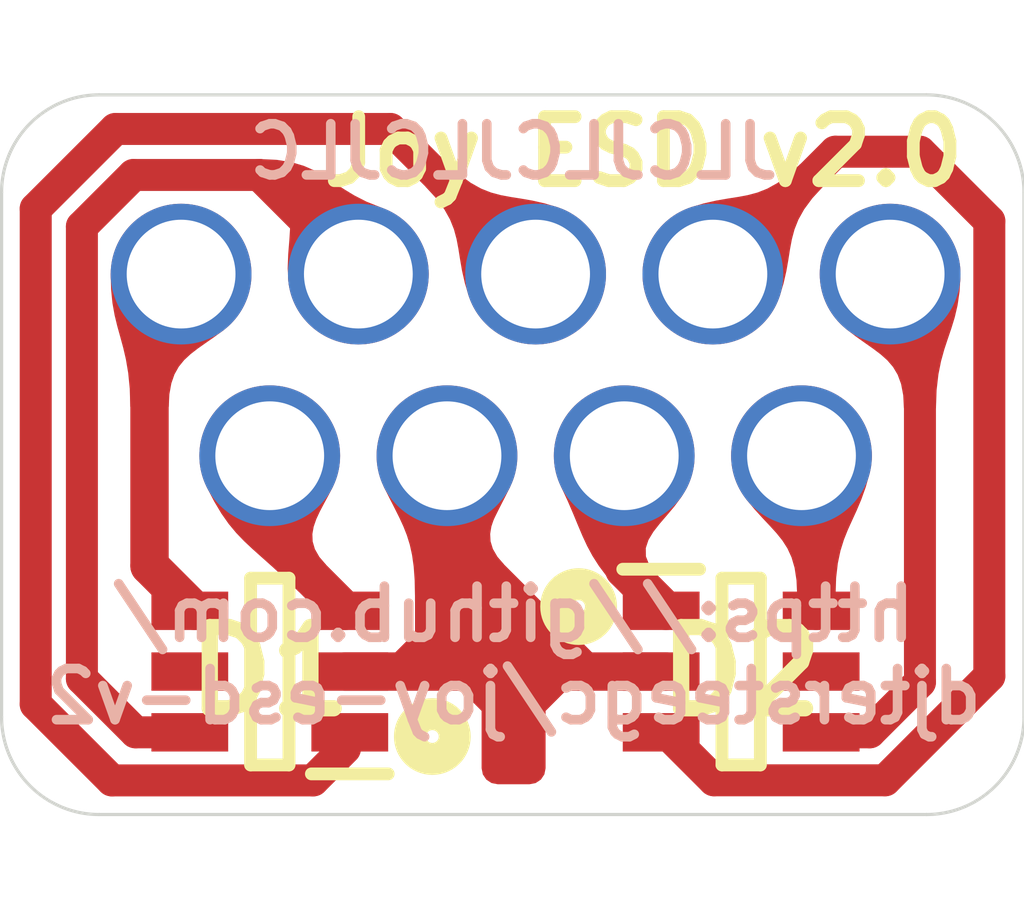
<source format=kicad_pcb>
(kicad_pcb (version 20171130) (host pcbnew "(5.1.9)-1")

  (general
    (thickness 1.6)
    (drawings 13)
    (tracks 61)
    (zones 0)
    (modules 4)
    (nets 12)
  )

  (page A4)
  (layers
    (0 F.Cu signal)
    (31 B.Cu signal)
    (32 B.Adhes user)
    (33 F.Adhes user)
    (34 B.Paste user)
    (35 F.Paste user)
    (36 B.SilkS user)
    (37 F.SilkS user)
    (38 B.Mask user)
    (39 F.Mask user)
    (40 Dwgs.User user)
    (41 Cmts.User user)
    (42 Eco1.User user)
    (43 Eco2.User user)
    (44 Edge.Cuts user)
    (45 Margin user)
    (46 B.CrtYd user)
    (47 F.CrtYd user)
    (48 B.Fab user)
    (49 F.Fab user)
  )

  (setup
    (last_trace_width 0.25)
    (user_trace_width 0.5)
    (user_trace_width 0.6)
    (user_trace_width 0.75)
    (user_trace_width 1)
    (trace_clearance 0.2)
    (zone_clearance 0.508)
    (zone_45_only no)
    (trace_min 0.2)
    (via_size 0.8)
    (via_drill 0.4)
    (via_min_size 0.4)
    (via_min_drill 0.3)
    (uvia_size 0.3)
    (uvia_drill 0.1)
    (uvias_allowed no)
    (uvia_min_size 0.2)
    (uvia_min_drill 0.1)
    (edge_width 0.05)
    (segment_width 0.2)
    (pcb_text_width 0.3)
    (pcb_text_size 1.5 1.5)
    (mod_edge_width 0.12)
    (mod_text_size 1 1)
    (mod_text_width 0.15)
    (pad_size 2.2 2.2)
    (pad_drill 1.7)
    (pad_to_mask_clearance 0)
    (aux_axis_origin 147.828 93.98)
    (grid_origin 147.828 93.98)
    (visible_elements 7FFFFFFF)
    (pcbplotparams
      (layerselection 0x010fc_ffffffff)
      (usegerberextensions false)
      (usegerberattributes true)
      (usegerberadvancedattributes true)
      (creategerberjobfile false)
      (excludeedgelayer true)
      (linewidth 0.100000)
      (plotframeref false)
      (viasonmask false)
      (mode 1)
      (useauxorigin false)
      (hpglpennumber 1)
      (hpglpenspeed 20)
      (hpglpendiameter 15.000000)
      (psnegative false)
      (psa4output false)
      (plotreference true)
      (plotvalue true)
      (plotinvisibletext false)
      (padsonsilk false)
      (subtractmaskfromsilk true)
      (outputformat 1)
      (mirror false)
      (drillshape 0)
      (scaleselection 1)
      (outputdirectory "gerbers"))
  )

  (net 0 "")
  (net 1 GND)
  (net 2 "Net-(D1-Pad6)")
  (net 3 "Net-(D1-Pad5)")
  (net 4 "Net-(D1-Pad4)")
  (net 5 "Net-(D1-Pad3)")
  (net 6 "Net-(D1-Pad1)")
  (net 7 "Net-(D2-Pad6)")
  (net 8 "Net-(D2-Pad5)")
  (net 9 "Net-(D2-Pad4)")
  (net 10 "Net-(D2-Pad3)")
  (net 11 "Net-(D2-Pad1)")

  (net_class Default "This is the default net class."
    (clearance 0.2)
    (trace_width 0.25)
    (via_dia 0.8)
    (via_drill 0.4)
    (uvia_dia 0.3)
    (uvia_drill 0.1)
    (add_net GND)
    (add_net "Net-(D1-Pad1)")
    (add_net "Net-(D1-Pad3)")
    (add_net "Net-(D1-Pad4)")
    (add_net "Net-(D1-Pad5)")
    (add_net "Net-(D1-Pad6)")
    (add_net "Net-(D2-Pad1)")
    (add_net "Net-(D2-Pad3)")
    (add_net "Net-(D2-Pad4)")
    (add_net "Net-(D2-Pad5)")
    (add_net "Net-(D2-Pad6)")
  )

  (module SamacSys:SOT95P280X125-6N (layer F.Cu) (tedit 0) (tstamp 6249125E)
    (at 159.512 91.694)
    (descr SOT23-6L)
    (tags "Diode ESD (Uni-directional)")
    (path /62496779)
    (attr smd)
    (fp_text reference D2 (at 0 0) (layer F.SilkS)
      (effects (font (size 1.27 1.27) (thickness 0.254)))
    )
    (fp_text value ESDALD05UD4X (at 5.588 -3.556 90) (layer F.SilkS) hide
      (effects (font (size 1.27 1.27) (thickness 0.254)))
    )
    (fp_line (start -1.85 -1.6) (end -0.65 -1.6) (layer F.SilkS) (width 0.2))
    (fp_line (start -0.3 1.46) (end -0.3 -1.46) (layer F.SilkS) (width 0.2))
    (fp_line (start 0.3 1.46) (end -0.3 1.46) (layer F.SilkS) (width 0.2))
    (fp_line (start 0.3 -1.46) (end 0.3 1.46) (layer F.SilkS) (width 0.2))
    (fp_line (start -0.3 -1.46) (end 0.3 -1.46) (layer F.SilkS) (width 0.2))
    (fp_line (start -0.8 -0.51) (end 0.15 -1.46) (layer F.Fab) (width 0.1))
    (fp_line (start -0.8 1.46) (end -0.8 -1.46) (layer F.Fab) (width 0.1))
    (fp_line (start 0.8 1.46) (end -0.8 1.46) (layer F.Fab) (width 0.1))
    (fp_line (start 0.8 -1.46) (end 0.8 1.46) (layer F.Fab) (width 0.1))
    (fp_line (start -0.8 -1.46) (end 0.8 -1.46) (layer F.Fab) (width 0.1))
    (fp_line (start -2.1 1.76) (end -2.1 -1.76) (layer F.CrtYd) (width 0.05))
    (fp_line (start 2.1 1.76) (end -2.1 1.76) (layer F.CrtYd) (width 0.05))
    (fp_line (start 2.1 -1.76) (end 2.1 1.76) (layer F.CrtYd) (width 0.05))
    (fp_line (start -2.1 -1.76) (end 2.1 -1.76) (layer F.CrtYd) (width 0.05))
    (fp_text user %R (at 0 0) (layer F.Fab)
      (effects (font (size 1.27 1.27) (thickness 0.254)))
    )
    (pad 6 smd rect (at 1.25 -0.95 90) (size 0.6 1.2) (layers F.Cu F.Paste F.Mask)
      (net 7 "Net-(D2-Pad6)"))
    (pad 5 smd rect (at 1.25 0 90) (size 0.6 1.2) (layers F.Cu F.Paste F.Mask)
      (net 8 "Net-(D2-Pad5)"))
    (pad 4 smd rect (at 1.25 0.95 90) (size 0.6 1.2) (layers F.Cu F.Paste F.Mask)
      (net 9 "Net-(D2-Pad4)"))
    (pad 3 smd rect (at -1.25 0.95 90) (size 0.6 1.2) (layers F.Cu F.Paste F.Mask)
      (net 10 "Net-(D2-Pad3)"))
    (pad 2 smd rect (at -1.25 0 90) (size 0.6 1.2) (layers F.Cu F.Paste F.Mask)
      (net 1 GND))
    (pad 1 smd rect (at -1.25 -0.95 90) (size 0.6 1.2) (layers F.Cu F.Paste F.Mask)
      (net 11 "Net-(D2-Pad1)"))
    (model C:\Users\cdter\Documents\Kicad\SamacSys\SamacSys_Parts.3dshapes\ESDALD05UD4X.stp
      (at (xyz 0 0 0))
      (scale (xyz 1 1 1))
      (rotate (xyz 0 0 0))
    )
  )

  (module SamacSys:SOT95P280X125-6N (layer F.Cu) (tedit 0) (tstamp 62491245)
    (at 152.146 91.694 180)
    (descr SOT23-6L)
    (tags "Diode ESD (Uni-directional)")
    (path /6248BDD5)
    (attr smd)
    (fp_text reference D1 (at 0 0) (layer F.SilkS)
      (effects (font (size 1.27 1.27) (thickness 0.254)))
    )
    (fp_text value ESDALD05UD4X (at 5.334 3.556 90) (layer F.SilkS) hide
      (effects (font (size 1.27 1.27) (thickness 0.254)))
    )
    (fp_line (start -1.85 -1.6) (end -0.65 -1.6) (layer F.SilkS) (width 0.2))
    (fp_line (start -0.3 1.46) (end -0.3 -1.46) (layer F.SilkS) (width 0.2))
    (fp_line (start 0.3 1.46) (end -0.3 1.46) (layer F.SilkS) (width 0.2))
    (fp_line (start 0.3 -1.46) (end 0.3 1.46) (layer F.SilkS) (width 0.2))
    (fp_line (start -0.3 -1.46) (end 0.3 -1.46) (layer F.SilkS) (width 0.2))
    (fp_line (start -0.8 -0.51) (end 0.15 -1.46) (layer F.Fab) (width 0.1))
    (fp_line (start -0.8 1.46) (end -0.8 -1.46) (layer F.Fab) (width 0.1))
    (fp_line (start 0.8 1.46) (end -0.8 1.46) (layer F.Fab) (width 0.1))
    (fp_line (start 0.8 -1.46) (end 0.8 1.46) (layer F.Fab) (width 0.1))
    (fp_line (start -0.8 -1.46) (end 0.8 -1.46) (layer F.Fab) (width 0.1))
    (fp_line (start -2.1 1.76) (end -2.1 -1.76) (layer F.CrtYd) (width 0.05))
    (fp_line (start 2.1 1.76) (end -2.1 1.76) (layer F.CrtYd) (width 0.05))
    (fp_line (start 2.1 -1.76) (end 2.1 1.76) (layer F.CrtYd) (width 0.05))
    (fp_line (start -2.1 -1.76) (end 2.1 -1.76) (layer F.CrtYd) (width 0.05))
    (fp_text user %R (at 0 0) (layer F.Fab)
      (effects (font (size 1.27 1.27) (thickness 0.254)))
    )
    (pad 6 smd rect (at 1.25 -0.95 270) (size 0.6 1.2) (layers F.Cu F.Paste F.Mask)
      (net 2 "Net-(D1-Pad6)"))
    (pad 5 smd rect (at 1.25 0 270) (size 0.6 1.2) (layers F.Cu F.Paste F.Mask)
      (net 3 "Net-(D1-Pad5)"))
    (pad 4 smd rect (at 1.25 0.95 270) (size 0.6 1.2) (layers F.Cu F.Paste F.Mask)
      (net 4 "Net-(D1-Pad4)"))
    (pad 3 smd rect (at -1.25 0.95 270) (size 0.6 1.2) (layers F.Cu F.Paste F.Mask)
      (net 5 "Net-(D1-Pad3)"))
    (pad 2 smd rect (at -1.25 0 270) (size 0.6 1.2) (layers F.Cu F.Paste F.Mask)
      (net 1 GND))
    (pad 1 smd rect (at -1.25 -0.95 270) (size 0.6 1.2) (layers F.Cu F.Paste F.Mask)
      (net 6 "Net-(D1-Pad1)"))
    (model C:\Users\cdter\Documents\Kicad\SamacSys\SamacSys_Parts.3dshapes\ESDALD05UD4X.stp
      (at (xyz 0 0 0))
      (scale (xyz 1 1 1))
      (rotate (xyz 0 0 0))
    )
  )

  (module Connector_Wire:SolderWirePad_1x01_SMD_1x2mm (layer F.Cu) (tedit 5DD6EB27) (tstamp 603AF331)
    (at 155.956 92.456)
    (descr "Wire Pad, Square, SMD Pad,  5mm x 10mm,")
    (tags "MesurementPoint Square SMDPad 5mmx10mm ")
    (path /603AD523)
    (attr virtual)
    (fp_text reference TP1 (at -2.921 2.2225) (layer F.SilkS) hide
      (effects (font (size 1 1) (thickness 0.15)))
    )
    (fp_text value GND (at 0 2.2225) (layer F.Fab)
      (effects (font (size 1 1) (thickness 0.15)))
    )
    (fp_line (start -0.63 1.27) (end -0.63 -1.27) (layer F.Fab) (width 0.1))
    (fp_line (start 0.63 1.27) (end -0.63 1.27) (layer F.Fab) (width 0.1))
    (fp_line (start 0.63 -1.27) (end 0.63 1.27) (layer F.Fab) (width 0.1))
    (fp_line (start -0.63 -1.27) (end 0.63 -1.27) (layer F.Fab) (width 0.1))
    (fp_line (start -0.63 -1.27) (end -0.63 1.27) (layer F.CrtYd) (width 0.05))
    (fp_line (start -0.63 1.27) (end 0.63 1.27) (layer F.CrtYd) (width 0.05))
    (fp_line (start 0.63 1.27) (end 0.63 -1.27) (layer F.CrtYd) (width 0.05))
    (fp_line (start 0.63 -1.27) (end -0.63 -1.27) (layer F.CrtYd) (width 0.05))
    (fp_text user %R (at 0 0) (layer F.Fab)
      (effects (font (size 1 1) (thickness 0.15)))
    )
    (pad 1 smd roundrect (at 0 0) (size 1 2) (layers F.Cu F.Paste F.Mask) (roundrect_rratio 0.25)
      (net 1 GND))
  )

  (module Connector_Dsub:DSUB-9_Female_Vertical_P2.77x2.84mm (layer F.Cu) (tedit 603991A9) (tstamp 6039F066)
    (at 161.84 85.479338)
    (descr "9-pin D-Sub connector, straight/vertical, THT-mount, female, pitch 2.77x2.84mm, distance of mounting holes 25mm, see https://disti-assets.s3.amazonaws.com/tonar/files/datasheets/16730.pdf")
    (tags "9-pin D-Sub connector straight vertical THT female pitch 2.77x2.84mm mounting holes distance 25mm")
    (path /6039FE2E)
    (fp_text reference J1 (at -5.54 1.388662) (layer F.SilkS) hide
      (effects (font (size 1 1) (thickness 0.15)))
    )
    (fp_text value DB9_Female (at -5.6935 -3.437338) (layer F.Fab)
      (effects (font (size 1 1) (thickness 0.15)))
    )
    (fp_text user %R (at -5.54 1.42) (layer F.Fab)
      (effects (font (size 1 1) (thickness 0.15)))
    )
    (pad 9 thru_hole circle (at -9.695 2.84) (size 2.2 2.2) (drill 1.7) (layers *.Cu *.Mask)
      (net 5 "Net-(D1-Pad3)"))
    (pad 8 thru_hole circle (at -6.925 2.84) (size 2.2 2.2) (drill 1.7) (layers *.Cu *.Mask)
      (net 1 GND))
    (pad 7 thru_hole circle (at -4.155 2.84) (size 2.2 2.2) (drill 1.7) (layers *.Cu *.Mask)
      (net 11 "Net-(D2-Pad1)"))
    (pad 6 thru_hole circle (at -1.385 2.84) (size 2.2 2.2) (drill 1.7) (layers *.Cu *.Mask)
      (net 7 "Net-(D2-Pad6)"))
    (pad 5 thru_hole circle (at -11.08 0) (size 2.2 2.2) (drill 1.7) (layers *.Cu *.Mask)
      (net 4 "Net-(D1-Pad4)"))
    (pad 4 thru_hole circle (at -8.31 0) (size 2.2 2.2) (drill 1.7) (layers *.Cu *.Mask)
      (net 2 "Net-(D1-Pad6)"))
    (pad 3 thru_hole circle (at -5.54 0) (size 2.2 2.2) (drill 1.7) (layers *.Cu *.Mask)
      (net 6 "Net-(D1-Pad1)"))
    (pad 2 thru_hole circle (at -2.77 0) (size 2.2 2.2) (drill 1.7) (layers *.Cu *.Mask)
      (net 10 "Net-(D2-Pad3)"))
    (pad 1 thru_hole circle (at 0 0) (size 2.2 2.2) (drill 1.7) (layers *.Cu *.Mask)
      (net 9 "Net-(D2-Pad4)"))
  )

  (gr_circle (center 156.972 90.678) (end 157.072 90.678) (layer F.SilkS) (width 0.5) (tstamp 6249151E))
  (gr_circle (center 154.686 92.71) (end 154.786 92.71) (layer F.SilkS) (width 0.5))
  (gr_text JLCJLCJLCJLC (at 155.956 83.566) (layer B.SilkS)
    (effects (font (size 0.8 0.8) (thickness 0.15)) (justify mirror))
  )
  (gr_line (start 147.955 84.201) (end 147.955 92.4052) (layer Edge.Cuts) (width 0.05) (tstamp 603AF43D))
  (gr_line (start 162.4076 82.677) (end 149.479 82.677) (layer Edge.Cuts) (width 0.05) (tstamp 603AF43C))
  (gr_line (start 163.9316 92.4052) (end 163.9316 84.201) (layer Edge.Cuts) (width 0.05) (tstamp 603AF43B))
  (gr_line (start 149.479 93.9292) (end 162.4076 93.9292) (layer Edge.Cuts) (width 0.05) (tstamp 603AF43A))
  (gr_arc (start 162.4076 92.4052) (end 162.4076 93.9292) (angle -90) (layer Edge.Cuts) (width 0.05))
  (gr_arc (start 162.4076 84.201) (end 163.9316 84.201) (angle -90) (layer Edge.Cuts) (width 0.05))
  (gr_arc (start 149.479 84.201) (end 149.479 82.677) (angle -90) (layer Edge.Cuts) (width 0.05))
  (gr_arc (start 149.479 92.4052) (end 147.955 92.4052) (angle -90) (layer Edge.Cuts) (width 0.05))
  (gr_text "https://github.com/\ndjtersteegc/joy-esd-v2" (at 155.956 91.44) (layer B.SilkS) (tstamp 603A8D1A)
    (effects (font (size 0.8 0.8) (thickness 0.15)) (justify mirror))
  )
  (gr_text "Joy ESD v2.0" (at 157.988 83.566) (layer F.SilkS)
    (effects (font (size 1 1) (thickness 0.2)))
  )

  (segment (start 154.601 91.694) (end 154.915 91.38) (width 0.6) (layer F.Cu) (net 1))
  (segment (start 154.915 89.552) (end 154.915 88.319338) (width 0.6) (layer F.Cu) (net 1))
  (segment (start 157.057 91.694) (end 154.915 89.552) (width 0.6) (layer F.Cu) (net 1))
  (segment (start 158.337 91.694) (end 157.057 91.694) (width 0.6) (layer F.Cu) (net 1))
  (segment (start 154.915 90.703) (end 155.194 90.424) (width 0.6) (layer F.Cu) (net 1))
  (segment (start 154.915 91.38) (end 154.915 90.703) (width 0.6) (layer F.Cu) (net 1))
  (segment (start 154.915 90.703) (end 154.915 88.319338) (width 0.6) (layer F.Cu) (net 1))
  (segment (start 155.194 90.424) (end 155.194 90.932) (width 0.6) (layer F.Cu) (net 1))
  (segment (start 155.194 90.932) (end 155.448 90.678) (width 0.6) (layer F.Cu) (net 1))
  (segment (start 155.194 90.932) (end 155.702 90.932) (width 0.6) (layer F.Cu) (net 1))
  (segment (start 155.702 90.932) (end 155.448 91.186) (width 0.6) (layer F.Cu) (net 1))
  (segment (start 155.109 91.186) (end 154.915 91.38) (width 0.6) (layer F.Cu) (net 1))
  (segment (start 155.448 91.186) (end 155.109 91.186) (width 0.6) (layer F.Cu) (net 1))
  (segment (start 155.109 91.186) (end 155.956 91.186) (width 0.6) (layer F.Cu) (net 1))
  (segment (start 155.956 91.186) (end 156.21 91.44) (width 0.6) (layer F.Cu) (net 1))
  (segment (start 154.178 91.677002) (end 154.178 91.694) (width 0.5) (layer F.Cu) (net 1))
  (segment (start 154.915 90.703) (end 154.915 90.940002) (width 0.5) (layer F.Cu) (net 1))
  (segment (start 154.178 91.694) (end 154.601 91.694) (width 0.6) (layer F.Cu) (net 1))
  (segment (start 153.321 91.694) (end 154.178 91.694) (width 0.6) (layer F.Cu) (net 1))
  (segment (start 154.915 90.940002) (end 154.178 91.677002) (width 0.5) (layer F.Cu) (net 1))
  (segment (start 155.956 92.456) (end 155.194 91.694) (width 0.5) (layer F.Cu) (net 1))
  (segment (start 154.601 91.694) (end 155.194 91.694) (width 0.6) (layer F.Cu) (net 1))
  (segment (start 156.718 91.694) (end 156.972 91.694) (width 0.5) (layer F.Cu) (net 1))
  (segment (start 155.956 92.456) (end 156.718 91.694) (width 0.5) (layer F.Cu) (net 1))
  (segment (start 156.972 91.694) (end 157.057 91.694) (width 0.6) (layer F.Cu) (net 1))
  (segment (start 155.194 91.694) (end 156.972 91.694) (width 0.6) (layer F.Cu) (net 1))
  (segment (start 154.915 88.319338) (end 154.915 91.38) (width 1) (layer F.Cu) (net 1))
  (segment (start 151.979999 83.929337) (end 153.53 85.479338) (width 0.5) (layer F.Cu) (net 2))
  (segment (start 149.209999 84.735337) (end 150.015999 83.929337) (width 0.5) (layer F.Cu) (net 2))
  (segment (start 149.209999 91.805999) (end 149.209999 84.735337) (width 0.5) (layer F.Cu) (net 2))
  (segment (start 150.015999 83.929337) (end 151.979999 83.929337) (width 0.5) (layer F.Cu) (net 2))
  (segment (start 150.048 92.644) (end 149.209999 91.805999) (width 0.5) (layer F.Cu) (net 2))
  (segment (start 150.971 92.644) (end 150.048 92.644) (width 0.5) (layer F.Cu) (net 2))
  (segment (start 150.2664 85.972938) (end 150.76 85.479338) (width 0.6) (layer F.Cu) (net 4))
  (segment (start 150.2664 90.0394) (end 150.2664 85.972938) (width 0.6) (layer F.Cu) (net 4))
  (segment (start 150.971 90.744) (end 150.2664 90.0394) (width 0.6) (layer F.Cu) (net 4))
  (segment (start 152.145 89.568) (end 153.321 90.744) (width 0.6) (layer F.Cu) (net 5))
  (segment (start 152.145 88.319338) (end 152.145 89.568) (width 0.6) (layer F.Cu) (net 5))
  (segment (start 149.733 83.2104) (end 154.031062 83.2104) (width 0.5) (layer F.Cu) (net 6))
  (segment (start 148.4884 84.455) (end 149.733 83.2104) (width 0.5) (layer F.Cu) (net 6))
  (segment (start 154.031062 83.2104) (end 156.3 85.479338) (width 0.5) (layer F.Cu) (net 6))
  (segment (start 148.4884 92.205402) (end 148.4884 84.455) (width 0.5) (layer F.Cu) (net 6))
  (segment (start 149.678798 93.3958) (end 148.4884 92.205402) (width 0.5) (layer F.Cu) (net 6))
  (segment (start 152.8232 93.3958) (end 149.678798 93.3958) (width 0.5) (layer F.Cu) (net 6))
  (segment (start 153.321 92.898) (end 152.8232 93.3958) (width 0.5) (layer F.Cu) (net 6))
  (segment (start 160.687 88.551338) (end 160.455 88.319338) (width 0.6) (layer F.Cu) (net 7))
  (segment (start 160.687 90.744) (end 160.687 88.551338) (width 0.6) (layer F.Cu) (net 7))
  (segment (start 160.687 92.644) (end 161.102 92.644) (width 0.5) (layer F.Cu) (net 9))
  (segment (start 161.522002 92.644) (end 160.762 92.644) (width 0.5) (layer F.Cu) (net 9))
  (segment (start 162.306 91.860002) (end 161.522002 92.644) (width 0.5) (layer F.Cu) (net 9))
  (segment (start 162.306 85.945338) (end 162.306 91.860002) (width 0.5) (layer F.Cu) (net 9))
  (segment (start 161.84 85.479338) (end 162.306 85.945338) (width 0.5) (layer F.Cu) (net 9))
  (segment (start 160.983338 83.566) (end 159.07 85.479338) (width 0.5) (layer F.Cu) (net 10))
  (segment (start 159.087001 93.394001) (end 161.761966 93.394001) (width 0.5) (layer F.Cu) (net 10))
  (segment (start 158.337 92.644) (end 159.087001 93.394001) (width 0.5) (layer F.Cu) (net 10))
  (segment (start 161.761966 93.394001) (end 163.390001 91.765966) (width 0.5) (layer F.Cu) (net 10))
  (segment (start 163.390001 84.650001) (end 162.306 83.566) (width 0.5) (layer F.Cu) (net 10))
  (segment (start 162.306 83.566) (end 160.983338 83.566) (width 0.5) (layer F.Cu) (net 10))
  (segment (start 163.390001 91.765966) (end 163.390001 84.650001) (width 0.5) (layer F.Cu) (net 10))
  (segment (start 157.685 90.092) (end 158.337 90.744) (width 0.6) (layer F.Cu) (net 11))
  (segment (start 157.685 88.319338) (end 157.685 90.092) (width 0.6) (layer F.Cu) (net 11))

  (zone (net 1) (net_name GND) (layer F.Cu) (tstamp 625C81FA) (hatch edge 0.508)
    (priority 16962)
    (connect_pads yes (clearance 0.2))
    (min_thickness 0.0254)
    (fill yes (arc_segments 32) (thermal_gap 0.508) (thermal_bridge_width 0.508))
    (polygon
      (pts
        (xy 155.811143 90.023879) (xy 155.701977 89.896894) (xy 155.631924 89.775444) (xy 155.596196 89.657826) (xy 155.590006 89.542337)
        (xy 155.608564 89.427276) (xy 155.647082 89.31094) (xy 155.700773 89.191629) (xy 155.764848 89.067639) (xy 155.83452 88.937268)
        (xy 155.905 88.798816) (xy 154.915 87.769338) (xy 153.925 88.798816) (xy 154.045566 89.031822) (xy 154.161318 89.224017)
        (xy 154.276197 89.385033) (xy 154.394142 89.524501) (xy 154.519094 89.652052) (xy 154.654993 89.777317) (xy 154.805781 89.909927)
        (xy 154.975398 90.059514) (xy 155.167783 90.235709) (xy 155.386879 90.448143)
      )
    )
    (filled_polygon
      (pts
        (xy 155.889583 88.801107) (xy 155.823267 88.931379) (xy 155.753647 89.061653) (xy 155.753565 89.061808) (xy 155.68949 89.185798)
        (xy 155.689192 89.186417) (xy 155.635501 89.305728) (xy 155.635026 89.306948) (xy 155.596508 89.423284) (xy 155.596026 89.425254)
        (xy 155.577468 89.540315) (xy 155.577324 89.543017) (xy 155.583514 89.658506) (xy 155.584044 89.661517) (xy 155.619772 89.779135)
        (xy 155.620923 89.78179) (xy 155.690976 89.90324) (xy 155.692347 89.905173) (xy 155.793835 90.023227) (xy 155.386742 90.43032)
        (xy 155.176624 90.226591) (xy 155.176361 90.226343) (xy 154.983976 90.050148) (xy 154.983798 90.049989) (xy 154.814181 89.900402)
        (xy 154.814168 89.90039) (xy 154.663469 89.767859) (xy 154.52794 89.642934) (xy 154.403542 89.515949) (xy 154.286229 89.377228)
        (xy 154.171943 89.217043) (xy 154.056655 89.025618) (xy 153.94046 88.801061) (xy 154.915 87.78766)
      )
    )
  )
  (zone (net 1) (net_name GND) (layer F.Cu) (tstamp 625C81F7) (hatch edge 0.508)
    (priority 16962)
    (connect_pads yes (clearance 0.2))
    (min_thickness 0.0254)
    (fill yes (arc_segments 32) (thermal_gap 0.508) (thermal_bridge_width 0.508))
    (polygon
      (pts
        (xy 155.215 90.509338) (xy 155.224958 90.256671) (xy 155.253475 90.046033) (xy 155.298511 89.868465) (xy 155.358026 89.715005)
        (xy 155.429982 89.576696) (xy 155.512339 89.444577) (xy 155.603059 89.309689) (xy 155.700101 89.163073) (xy 155.801428 88.995768)
        (xy 155.905 88.798816) (xy 154.915 87.769338) (xy 153.925 88.798816) (xy 154.028571 88.995768) (xy 154.129898 89.163073)
        (xy 154.22694 89.309689) (xy 154.31766 89.444577) (xy 154.400017 89.576696) (xy 154.471973 89.715005) (xy 154.531488 89.868465)
        (xy 154.576524 90.046033) (xy 154.605041 90.256671) (xy 154.615 90.509338)
      )
    )
    (filled_polygon
      (pts
        (xy 155.889495 88.801014) (xy 155.790362 88.989524) (xy 155.68937 89.156276) (xy 155.592521 89.302601) (xy 155.501801 89.437489)
        (xy 155.501561 89.437859) (xy 155.419204 89.569978) (xy 155.418716 89.570835) (xy 155.34676 89.709144) (xy 155.346185 89.710413)
        (xy 155.28667 89.863873) (xy 155.286201 89.865343) (xy 155.241165 90.042911) (xy 155.24089 90.044329) (xy 155.212373 90.254967)
        (xy 155.212268 90.256171) (xy 155.202791 90.496638) (xy 154.627209 90.496638) (xy 154.617731 90.256171) (xy 154.617626 90.254967)
        (xy 154.589109 90.044329) (xy 154.588834 90.042911) (xy 154.543798 89.865343) (xy 154.543329 89.863873) (xy 154.483814 89.710413)
        (xy 154.483239 89.709144) (xy 154.411283 89.570835) (xy 154.410795 89.569978) (xy 154.328438 89.437859) (xy 154.328198 89.437489)
        (xy 154.237478 89.302601) (xy 154.140629 89.156276) (xy 154.039637 88.989524) (xy 153.940505 88.801014) (xy 154.915 87.78766)
      )
    )
  )
  (zone (net 1) (net_name GND) (layer F.Cu) (tstamp 625C81F4) (hatch edge 0.508)
    (priority 16962)
    (connect_pads yes (clearance 0.2))
    (min_thickness 0.0254)
    (fill yes (arc_segments 32) (thermal_gap 0.508) (thermal_bridge_width 0.508))
    (polygon
      (pts
        (xy 155.415 90.509338) (xy 155.420169 90.262911) (xy 155.435556 90.052588) (xy 155.460984 89.871112) (xy 155.49627 89.711224)
        (xy 155.541238 89.565666) (xy 155.595706 89.427182) (xy 155.659496 89.288513) (xy 155.732427 89.1424) (xy 155.814322 88.981587)
        (xy 155.905 88.798816) (xy 154.915 87.769338) (xy 153.925 88.798816) (xy 154.015677 88.981587) (xy 154.097572 89.1424)
        (xy 154.170503 89.288513) (xy 154.234293 89.427182) (xy 154.288761 89.565666) (xy 154.333729 89.711224) (xy 154.369015 89.871112)
        (xy 154.394443 90.052588) (xy 154.40983 90.262911) (xy 154.415 90.509338)
      )
    )
    (filled_polygon
      (pts
        (xy 155.889651 88.801177) (xy 155.802968 88.975897) (xy 155.72111 89.136637) (xy 155.721064 89.136728) (xy 155.648133 89.282841)
        (xy 155.647958 89.283205) (xy 155.584168 89.421874) (xy 155.583887 89.422534) (xy 155.529419 89.561018) (xy 155.529104 89.561917)
        (xy 155.484136 89.707475) (xy 155.483868 89.708487) (xy 155.448582 89.868375) (xy 155.448407 89.86935) (xy 155.422979 90.050826)
        (xy 155.42289 90.051661) (xy 155.407503 90.261984) (xy 155.407472 90.262645) (xy 155.402564 90.496638) (xy 154.427436 90.496638)
        (xy 154.422527 90.262645) (xy 154.422496 90.261984) (xy 154.407109 90.051661) (xy 154.40702 90.050826) (xy 154.381592 89.86935)
        (xy 154.381417 89.868375) (xy 154.346131 89.708487) (xy 154.345863 89.707475) (xy 154.300895 89.561917) (xy 154.30058 89.561018)
        (xy 154.246112 89.422534) (xy 154.245831 89.421874) (xy 154.182041 89.283205) (xy 154.181866 89.282841) (xy 154.108935 89.136728)
        (xy 154.108889 89.136637) (xy 154.027031 88.975897) (xy 153.940349 88.801177) (xy 154.915 87.78766)
      )
    )
  )
  (zone (net 2) (net_name "Net-(D1-Pad6)") (layer F.Cu) (tstamp 625C81F1) (hatch edge 0.508)
    (priority 16962)
    (connect_pads yes (clearance 0.2))
    (min_thickness 0.0254)
    (fill yes (arc_segments 32) (thermal_gap 0.508) (thermal_bridge_width 0.508))
    (polygon
      (pts
        (xy 151.972032 84.179337) (xy 152.191278 84.206525) (xy 152.336242 84.283389) (xy 152.420834 84.402876) (xy 152.458962 84.557934)
        (xy 152.464536 84.74151) (xy 152.451466 84.946552) (xy 152.43366 85.166007) (xy 152.425028 85.392824) (xy 152.439478 85.619948)
        (xy 152.490922 85.84033) (xy 153.918908 85.868246) (xy 153.890992 84.44026) (xy 153.658866 84.347295) (xy 153.464561 84.247885)
        (xy 153.297245 84.145852) (xy 153.14609 84.045021) (xy 153.000264 83.949213) (xy 152.848938 83.862252) (xy 152.681282 83.787961)
        (xy 152.486466 83.730163) (xy 152.253659 83.69268) (xy 151.972032 83.679337)
      )
    )
    (filled_polygon
      (pts
        (xy 152.252342 83.705332) (xy 152.483646 83.742573) (xy 152.676883 83.799902) (xy 152.843186 83.873594) (xy 152.993603 83.960033)
        (xy 153.13908 84.055611) (xy 153.290197 84.156417) (xy 153.290633 84.156695) (xy 153.457949 84.258728) (xy 153.458777 84.259191)
        (xy 153.653082 84.358601) (xy 153.654144 84.359085) (xy 153.878458 84.448922) (xy 153.905952 85.85529) (xy 152.501045 85.827825)
        (xy 152.452085 85.618083) (xy 152.437743 85.392668) (xy 152.446341 85.166749) (xy 152.464124 84.947579) (xy 152.46414 84.94736)
        (xy 152.47721 84.742318) (xy 152.47723 84.741125) (xy 152.471656 84.557549) (xy 152.471295 84.554901) (xy 152.433167 84.399843)
        (xy 152.432338 84.397496) (xy 152.431199 84.395538) (xy 152.346607 84.276051) (xy 152.344977 84.27417) (xy 152.342191 84.272169)
        (xy 152.197227 84.195305) (xy 152.194924 84.19436) (xy 152.192841 84.193922) (xy 151.984732 84.168115) (xy 151.984732 83.692653)
      )
    )
  )
  (zone (net 4) (net_name "Net-(D1-Pad4)") (layer F.Cu) (tstamp 625C81EE) (hatch edge 0.508)
    (priority 16962)
    (connect_pads yes (clearance 0.2))
    (min_thickness 0.0254)
    (fill yes (arc_segments 32) (thermal_gap 0.508) (thermal_bridge_width 0.508))
    (polygon
      (pts
        (xy 150.5664 87.562938) (xy 150.576837 87.358869) (xy 150.607347 87.188926) (xy 150.656729 87.047224) (xy 150.723778 86.927881)
        (xy 150.807294 86.825014) (xy 150.906073 86.73274) (xy 151.018913 86.645176) (xy 151.144612 86.55644) (xy 151.281967 86.460648)
        (xy 151.429777 86.351919) (xy 151.006686 84.987764) (xy 149.66011 85.463847) (xy 149.665555 85.716262) (xy 149.687017 85.931584)
        (xy 149.720587 86.12018) (xy 149.762358 86.292419) (xy 149.808423 86.458667) (xy 149.854875 86.629294) (xy 149.897806 86.814666)
        (xy 149.933309 87.025153) (xy 149.957476 87.27112) (xy 149.9664 87.562938)
      )
    )
    (filled_polygon
      (pts
        (xy 151.414969 86.347046) (xy 151.274591 86.450309) (xy 151.137347 86.546023) (xy 151.137288 86.546065) (xy 151.011589 86.634801)
        (xy 151.011127 86.635143) (xy 150.898287 86.722707) (xy 150.897404 86.723459) (xy 150.798625 86.815733) (xy 150.797434 86.817009)
        (xy 150.713918 86.919876) (xy 150.712706 86.92166) (xy 150.645657 87.041003) (xy 150.644736 87.043045) (xy 150.595354 87.184747)
        (xy 150.594847 87.186682) (xy 150.564337 87.356625) (xy 150.564154 87.35822) (xy 150.554333 87.550238) (xy 149.978717 87.550238)
        (xy 149.97017 87.270732) (xy 149.970115 87.269878) (xy 149.945948 87.023911) (xy 149.945832 87.023041) (xy 149.910329 86.812554)
        (xy 149.910179 86.811801) (xy 149.867248 86.626429) (xy 149.867129 86.625958) (xy 149.820677 86.455331) (xy 149.820662 86.455276)
        (xy 149.774649 86.289215) (xy 149.733021 86.117566) (xy 149.699606 85.92984) (xy 149.678241 85.715498) (xy 149.673005 85.472758)
        (xy 150.998468 85.00414)
      )
    )
  )
  (zone (net 5) (net_name "Net-(D1-Pad3)") (layer F.Cu) (tstamp 625C81EB) (hatch edge 0.508)
    (priority 16962)
    (connect_pads yes (clearance 0.2))
    (min_thickness 0.0254)
    (fill yes (arc_segments 32) (thermal_gap 0.508) (thermal_bridge_width 0.508))
    (polygon
      (pts
        (xy 153.029829 90.028565) (xy 152.920471 89.901028) (xy 152.850928 89.779093) (xy 152.816257 89.661038) (xy 152.811519 89.545145)
        (xy 152.831772 89.429691) (xy 152.872077 89.312958) (xy 152.927493 89.193224) (xy 152.993079 89.068769) (xy 153.063895 88.937873)
        (xy 153.135 88.798816) (xy 152.145 87.769338) (xy 151.155 88.798816) (xy 151.275106 89.031616) (xy 151.38999 89.224048)
        (xy 151.503689 89.385631) (xy 151.620241 89.525889) (xy 151.743683 89.654343) (xy 151.878053 89.780516) (xy 152.027389 89.913928)
        (xy 152.195727 90.064104) (xy 152.387107 90.240563) (xy 152.605565 90.452829)
      )
    )
    (filled_polygon
      (pts
        (xy 153.119571 88.801094) (xy 153.05266 88.931949) (xy 152.981909 89.062726) (xy 152.981844 89.062848) (xy 152.916258 89.187303)
        (xy 152.915968 89.18789) (xy 152.860552 89.307624) (xy 152.860072 89.308813) (xy 152.819767 89.425546) (xy 152.819263 89.427497)
        (xy 152.79901 89.542951) (xy 152.79883 89.545664) (xy 152.803568 89.661557) (xy 152.804072 89.664617) (xy 152.838743 89.782672)
        (xy 152.839896 89.785385) (xy 152.909439 89.90732) (xy 152.91083 89.909295) (xy 153.012531 90.027903) (xy 152.605437 90.434997)
        (xy 152.395957 90.231455) (xy 152.395716 90.231226) (xy 152.204336 90.054767) (xy 152.204181 90.054627) (xy 152.035843 89.904451)
        (xy 151.88662 89.77114) (xy 151.75262 89.645315) (xy 151.629719 89.517423) (xy 151.513775 89.377897) (xy 151.400657 89.217139)
        (xy 151.286207 89.025434) (xy 151.170453 88.801069) (xy 152.145 87.78766)
      )
    )
  )
  (zone (net 6) (net_name "Net-(D1-Pad1)") (layer F.Cu) (tstamp 625C81E8) (hatch edge 0.508)
    (priority 16962)
    (connect_pads yes (clearance 0.2))
    (min_thickness 0.0254)
    (fill yes (arc_segments 32) (thermal_gap 0.508) (thermal_bridge_width 0.508))
    (polygon
      (pts
        (xy 154.57466 84.107552) (xy 154.746806 84.295497) (xy 154.8735 84.46722) (xy 154.96316 84.62758) (xy 155.024204 84.78144)
        (xy 155.065049 84.933661) (xy 155.094113 85.089105) (xy 155.119815 85.252632) (xy 155.150572 85.429104) (xy 155.194801 85.623383)
        (xy 155.260922 85.84033) (xy 156.688908 85.868246) (xy 156.660992 84.44026) (xy 156.444045 84.374139) (xy 156.249766 84.32991)
        (xy 156.073294 84.299153) (xy 155.909767 84.273451) (xy 155.754323 84.244387) (xy 155.602102 84.203542) (xy 155.448242 84.142498)
        (xy 155.287882 84.052838) (xy 155.116159 83.926144) (xy 154.928214 83.753998)
      )
    )
    (filled_polygon
      (pts
        (xy 155.107581 83.935509) (xy 155.108619 83.936364) (xy 155.280342 84.063058) (xy 155.281684 84.063923) (xy 155.442044 84.153583)
        (xy 155.443558 84.154303) (xy 155.597418 84.215347) (xy 155.598811 84.215808) (xy 155.751032 84.256653) (xy 155.751989 84.256871)
        (xy 155.907433 84.285935) (xy 155.907795 84.285997) (xy 156.071239 84.311686) (xy 156.247262 84.342365) (xy 156.44078 84.38642)
        (xy 156.648474 84.449721) (xy 156.675952 85.85529) (xy 155.270383 85.827812) (xy 155.207082 85.620118) (xy 155.163027 85.4266)
        (xy 155.132348 85.250577) (xy 155.106659 85.087133) (xy 155.106597 85.086771) (xy 155.077533 84.931327) (xy 155.077315 84.93037)
        (xy 155.03647 84.778149) (xy 155.036009 84.776756) (xy 154.974965 84.622896) (xy 154.974245 84.621382) (xy 154.884585 84.461022)
        (xy 154.88372 84.45968) (xy 154.757026 84.287957) (xy 154.756171 84.286919) (xy 154.592235 84.107937) (xy 154.928599 83.771573)
      )
    )
  )
  (zone (net 7) (net_name "Net-(D2-Pad6)") (layer F.Cu) (tstamp 625C81E5) (hatch edge 0.508)
    (priority 16962)
    (connect_pads yes (clearance 0.2))
    (min_thickness 0.0254)
    (fill yes (arc_segments 32) (thermal_gap 0.508) (thermal_bridge_width 0.508))
    (polygon
      (pts
        (xy 160.987 90.501338) (xy 160.996507 90.22781) (xy 161.023188 89.998883) (xy 161.064282 89.804618) (xy 161.117026 89.635078)
        (xy 161.17866 89.480327) (xy 161.246422 89.330427) (xy 161.31755 89.175442) (xy 161.389284 89.005434) (xy 161.458862 88.810467)
        (xy 161.523522 88.580604) (xy 160.339692 87.781562) (xy 159.587526 88.995716) (xy 159.719757 89.15574) (xy 159.844255 89.2931)
        (xy 159.959562 89.415506) (xy 160.064222 89.53067) (xy 160.156778 89.646301) (xy 160.235772 89.77011) (xy 160.299749 89.909807)
        (xy 160.34725 90.073104) (xy 160.376819 90.267711) (xy 160.387 90.501338)
      )
    )
    (filled_polygon
      (pts
        (xy 161.508811 88.585998) (xy 161.446752 88.806615) (xy 161.377443 89.000829) (xy 161.30592 89.170337) (xy 161.23488 89.32513)
        (xy 161.234849 89.325196) (xy 161.167087 89.475096) (xy 161.166861 89.475628) (xy 161.105227 89.630379) (xy 161.104899 89.631305)
        (xy 161.052155 89.800845) (xy 161.051857 89.80199) (xy 161.010763 89.996255) (xy 161.010573 89.997413) (xy 160.983892 90.22634)
        (xy 160.983815 90.227369) (xy 160.974734 90.488638) (xy 160.399159 90.488638) (xy 160.389507 90.267158) (xy 160.389375 90.265803)
        (xy 160.359806 90.071196) (xy 160.359445 90.069557) (xy 160.311944 89.90626) (xy 160.311296 89.904519) (xy 160.247319 89.764822)
        (xy 160.246478 89.763279) (xy 160.167484 89.63947) (xy 160.166693 89.638365) (xy 160.074137 89.522734) (xy 160.073621 89.522129)
        (xy 159.968961 89.406965) (xy 159.968806 89.406798) (xy 159.853598 89.284498) (xy 159.729362 89.147426) (xy 159.603123 88.994654)
        (xy 160.343533 87.799477)
      )
    )
  )
  (zone (net 9) (net_name "Net-(D2-Pad4)") (layer F.Cu) (tstamp 625C81E2) (hatch edge 0.508)
    (priority 16962)
    (connect_pads yes (clearance 0.2))
    (min_thickness 0.0254)
    (fill yes (arc_segments 32) (thermal_gap 0.508) (thermal_bridge_width 0.508))
    (polygon
      (pts
        (xy 162.556 87.585338) (xy 162.566317 87.294008) (xy 162.59439 87.049515) (xy 162.6359 86.84118) (xy 162.686526 86.658326)
        (xy 162.741949 86.490272) (xy 162.797849 86.326343) (xy 162.849907 86.155858) (xy 162.893804 85.968141) (xy 162.92522 85.752511)
        (xy 162.939836 85.498293) (xy 161.608827 84.980281) (xy 161.143229 86.330519) (xy 161.295791 86.448671) (xy 161.438856 86.55083)
        (xy 161.570878 86.643604) (xy 161.690311 86.7336) (xy 161.79561 86.827428) (xy 161.885229 86.931696) (xy 161.957623 87.053013)
        (xy 162.011246 87.197986) (xy 162.044554 87.373225) (xy 162.056 87.585338)
      )
    )
    (filled_polygon
      (pts
        (xy 162.926627 85.50678) (xy 162.912573 85.751231) (xy 162.881315 85.965776) (xy 162.837637 86.152554) (xy 162.785763 86.322438)
        (xy 162.729929 86.486173) (xy 162.729888 86.486294) (xy 162.674465 86.654348) (xy 162.674286 86.654937) (xy 162.62366 86.837791)
        (xy 162.623445 86.838698) (xy 162.581935 87.047033) (xy 162.581773 87.048066) (xy 162.5537 87.292559) (xy 162.553625 87.293559)
        (xy 162.543742 87.572638) (xy 162.068034 87.572638) (xy 162.057236 87.372541) (xy 162.057031 87.370854) (xy 162.023723 87.195615)
        (xy 162.023157 87.19358) (xy 161.969534 87.048607) (xy 161.968529 87.046505) (xy 161.896135 86.925188) (xy 161.89486 86.923418)
        (xy 161.805241 86.81915) (xy 161.804059 86.817946) (xy 161.69876 86.724118) (xy 161.697954 86.723457) (xy 161.578521 86.633461)
        (xy 161.57818 86.633213) (xy 161.446158 86.540439) (xy 161.303381 86.438486) (xy 161.158203 86.326052) (xy 161.616528 84.996906)
      )
    )
  )
  (zone (net 10) (net_name "Net-(D2-Pad3)") (layer F.Cu) (tstamp 625C81DF) (hatch edge 0.508)
    (priority 16962)
    (connect_pads yes (clearance 0.2))
    (min_thickness 0.0254)
    (fill yes (arc_segments 32) (thermal_gap 0.508) (thermal_bridge_width 0.508))
    (polygon
      (pts
        (xy 160.441786 83.753998) (xy 160.25384 83.926144) (xy 160.082117 84.052838) (xy 159.921757 84.142498) (xy 159.767897 84.203542)
        (xy 159.615676 84.244387) (xy 159.460232 84.273451) (xy 159.296705 84.299153) (xy 159.120233 84.32991) (xy 158.925954 84.374139)
        (xy 158.709008 84.44026) (xy 158.681092 85.868246) (xy 160.109078 85.84033) (xy 160.175198 85.623383) (xy 160.219427 85.429104)
        (xy 160.250184 85.252632) (xy 160.275886 85.089105) (xy 160.30495 84.933661) (xy 160.345795 84.78144) (xy 160.406839 84.62758)
        (xy 160.496499 84.46722) (xy 160.623193 84.295497) (xy 160.79534 84.107552)
      )
    )
    (filled_polygon
      (pts
        (xy 160.777765 84.107937) (xy 160.613828 84.286919) (xy 160.612973 84.287957) (xy 160.486279 84.45968) (xy 160.485414 84.461022)
        (xy 160.395754 84.621382) (xy 160.395034 84.622896) (xy 160.33399 84.776756) (xy 160.333529 84.778149) (xy 160.292684 84.93037)
        (xy 160.292466 84.931327) (xy 160.263402 85.086771) (xy 160.26334 85.087133) (xy 160.237651 85.250577) (xy 160.206972 85.4266)
        (xy 160.162917 85.620118) (xy 160.099617 85.827812) (xy 158.694048 85.85529) (xy 158.721526 84.449721) (xy 158.929219 84.38642)
        (xy 159.122737 84.342365) (xy 159.29876 84.311686) (xy 159.462204 84.285997) (xy 159.462566 84.285935) (xy 159.61801 84.256871)
        (xy 159.618967 84.256653) (xy 159.771188 84.215808) (xy 159.772581 84.215347) (xy 159.926441 84.154303) (xy 159.927955 84.153583)
        (xy 160.088315 84.063923) (xy 160.089657 84.063058) (xy 160.26138 83.936364) (xy 160.262418 83.935509) (xy 160.441401 83.771573)
      )
    )
  )
  (zone (net 11) (net_name "Net-(D2-Pad1)") (layer F.Cu) (tstamp 625C81DC) (hatch edge 0.508)
    (priority 16962)
    (connect_pads yes (clearance 0.2))
    (min_thickness 0.0254)
    (fill yes (arc_segments 32) (thermal_gap 0.508) (thermal_bridge_width 0.508))
    (polygon
      (pts
        (xy 158.199305 90.182041) (xy 158.079531 90.03297) (xy 158.023793 89.894099) (xy 158.022021 89.762498) (xy 158.064149 89.635239)
        (xy 158.140108 89.509391) (xy 158.239831 89.382027) (xy 158.353249 89.250216) (xy 158.470295 89.11103) (xy 158.580901 88.96154)
        (xy 158.675 88.798816) (xy 157.685 87.769338) (xy 156.695 88.798816) (xy 156.801321 89.027913) (xy 156.887846 89.229145)
        (xy 156.962139 89.408934) (xy 157.031763 89.573698) (xy 157.104282 89.729858) (xy 157.18726 89.883834) (xy 157.288261 90.042046)
        (xy 157.414849 90.210916) (xy 157.574588 90.396862) (xy 157.775041 90.606305)
      )
    )
    (filled_polygon
      (pts
        (xy 158.659222 88.800731) (xy 158.570264 88.954564) (xy 158.460323 89.103156) (xy 158.343563 89.242002) (xy 158.230204 89.373744)
        (xy 158.229831 89.374198) (xy 158.130108 89.501562) (xy 158.129235 89.502828) (xy 158.053276 89.628676) (xy 158.052092 89.631248)
        (xy 158.009964 89.758507) (xy 158.009417 89.760936) (xy 158.009322 89.762669) (xy 158.011094 89.89427) (xy 158.011372 89.896744)
        (xy 158.012007 89.89883) (xy 158.067745 90.037701) (xy 158.068894 90.039909) (xy 158.069631 90.040925) (xy 158.18227 90.181116)
        (xy 157.77524 90.588146) (xy 157.583999 90.388328) (xy 157.424763 90.202967) (xy 157.298709 90.03481) (xy 157.198215 89.877392)
        (xy 157.115643 89.724169) (xy 157.043365 89.568527) (xy 156.973863 89.404052) (xy 156.899583 89.224295) (xy 156.899513 89.224128)
        (xy 156.812988 89.022896) (xy 156.812841 89.022567) (xy 156.710179 88.801354) (xy 157.685 87.78766)
      )
    )
  )
)

</source>
